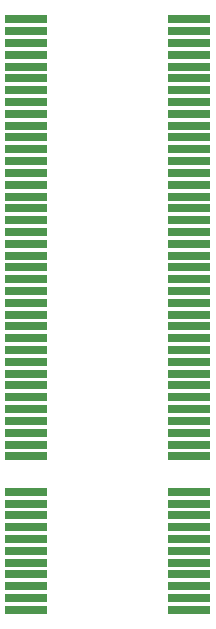
<source format=gtp>
G04*
G04 #@! TF.GenerationSoftware,Altium Limited,Altium Designer,22.11.1 (43)*
G04*
G04 Layer_Color=8421504*
%FSLAX25Y25*%
%MOIN*%
G70*
G04*
G04 #@! TF.SameCoordinates,988EF039-2624-4D26-8916-CB464E9EB79E*
G04*
G04*
G04 #@! TF.FilePolarity,Positive*
G04*
G01*
G75*
%ADD13R,0.14173X0.02756*%
D13*
X8268Y2362D02*
D03*
Y6299D02*
D03*
Y10236D02*
D03*
Y14173D02*
D03*
Y18110D02*
D03*
Y22047D02*
D03*
Y25984D02*
D03*
Y29921D02*
D03*
Y33858D02*
D03*
Y37795D02*
D03*
Y41732D02*
D03*
Y53543D02*
D03*
Y57480D02*
D03*
Y61417D02*
D03*
Y65354D02*
D03*
Y69291D02*
D03*
Y73228D02*
D03*
Y77165D02*
D03*
Y81102D02*
D03*
Y85039D02*
D03*
Y88976D02*
D03*
Y92913D02*
D03*
Y96850D02*
D03*
Y100787D02*
D03*
Y104724D02*
D03*
Y108661D02*
D03*
Y112598D02*
D03*
Y116535D02*
D03*
Y120472D02*
D03*
Y124409D02*
D03*
Y128347D02*
D03*
Y132283D02*
D03*
Y136221D02*
D03*
Y140157D02*
D03*
Y144095D02*
D03*
Y148031D02*
D03*
Y151969D02*
D03*
Y155905D02*
D03*
Y159843D02*
D03*
Y163779D02*
D03*
Y167717D02*
D03*
Y171653D02*
D03*
Y175591D02*
D03*
Y179528D02*
D03*
Y183465D02*
D03*
Y187402D02*
D03*
Y191339D02*
D03*
Y195276D02*
D03*
Y199213D02*
D03*
X62598Y2362D02*
D03*
Y6299D02*
D03*
Y10236D02*
D03*
Y14173D02*
D03*
Y18110D02*
D03*
Y22047D02*
D03*
Y25984D02*
D03*
Y29921D02*
D03*
Y33858D02*
D03*
Y37795D02*
D03*
Y41732D02*
D03*
Y53543D02*
D03*
Y57480D02*
D03*
Y61417D02*
D03*
Y65354D02*
D03*
Y69291D02*
D03*
Y73228D02*
D03*
Y77165D02*
D03*
Y81102D02*
D03*
Y85039D02*
D03*
Y88976D02*
D03*
Y92913D02*
D03*
Y96850D02*
D03*
Y100787D02*
D03*
Y104724D02*
D03*
Y108661D02*
D03*
Y112598D02*
D03*
Y116535D02*
D03*
Y120473D02*
D03*
Y124409D02*
D03*
Y128347D02*
D03*
Y132283D02*
D03*
Y136221D02*
D03*
Y140157D02*
D03*
Y144095D02*
D03*
Y148031D02*
D03*
Y151969D02*
D03*
Y155905D02*
D03*
Y159843D02*
D03*
Y163779D02*
D03*
Y167717D02*
D03*
Y171653D02*
D03*
Y175591D02*
D03*
Y179528D02*
D03*
Y183465D02*
D03*
Y187402D02*
D03*
Y191339D02*
D03*
Y195276D02*
D03*
Y199213D02*
D03*
M02*

</source>
